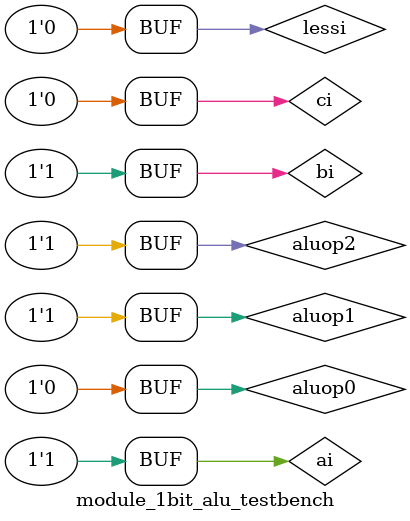
<source format=v>
`define DELAY 20
module module_1bit_alu_testbench();
reg bi,ai,lessi,ci,aluop2,aluop1,aluop0;
wire c1,ri;

module_1bit_alu hatb (bi,ai,lessi,ci,aluop2,aluop1,aluop0,c1,ri);

initial begin
bi = 1'b0; ai = 1'b0; aluop2 = 1'b1; aluop1 = 1'b1; aluop0 = 1'b0; lessi = 1'b0; ci = 1'b0;  
#`DELAY;
bi = 1'b1; ai = 1'b0; aluop2 = 1'b1; aluop1 = 1'b1; aluop0 = 1'b0; lessi = 1'b0; ci = 1'b0; 
#`DELAY;
bi = 1'b0; ai = 1'b1; aluop2 = 1'b1; aluop1 = 1'b1; aluop0 = 1'b0; lessi = 1'b0; ci = 1'b0; 
#`DELAY;
bi = 1'b1; ai = 1'b1; aluop2 = 1'b1; aluop1 = 1'b1; aluop0 = 1'b0; lessi = 1'b0; ci = 1'b0; 
end
 
 
initial
begin
$monitor("time = %2d, bi =%1b, ai=%1b, c1=%1b , result=%1b", $time, bi, ai,c1,ri);
end
 
endmodule

</source>
